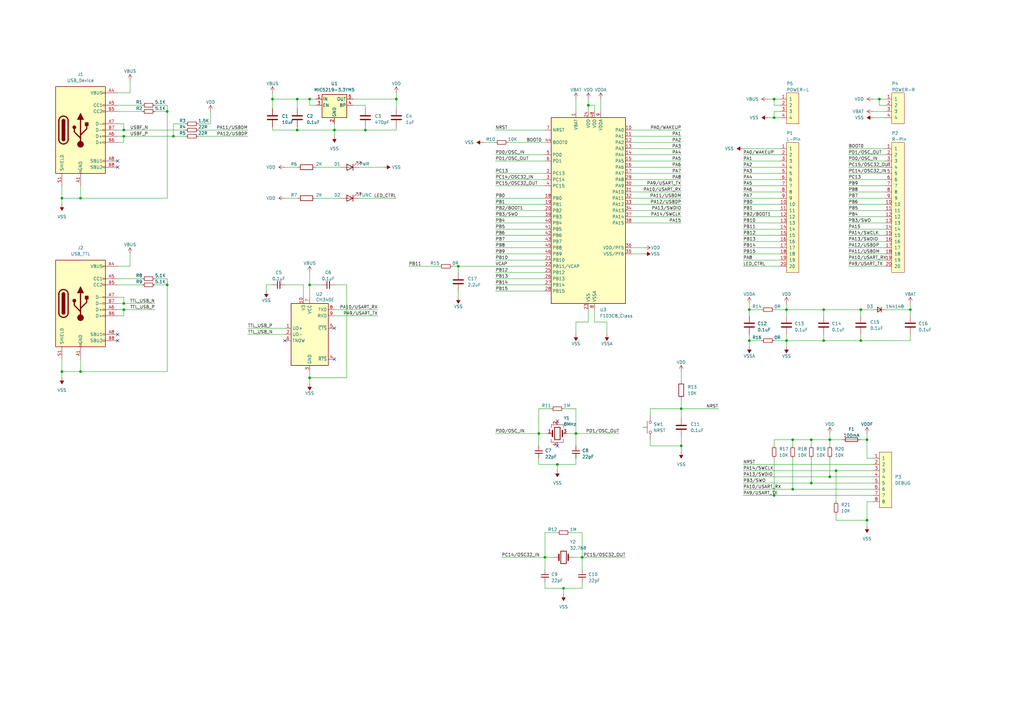
<source format=kicad_sch>
(kicad_sch (version 20231120) (generator "eeschema") (generator_version "8.0")
  (paper "A3")
  (junction (at 50.8 53.34))
  (junction (at 33.02 152.4))
  (junction (at 317.5 48.26))
  (junction (at 322.58 139.7))
  (junction (at 25.4 152.4))
  (junction (at 241.3 43.18))
  (junction (at 322.58 127))
  (junction (at 279.4 182.88))
  (junction (at 325.12 200.66))
  (junction (at 307.34 127))
  (junction (at 353.06 139.7))
  (junction (at 50.8 124.46))
  (junction (at 223.52 228.6))
  (junction (at 236.22 177.8))
  (junction (at 187.96 109.22))
  (junction (at 50.8 127))
  (junction (at 238.76 228.6))
  (junction (at 127 116.84))
  (junction (at 121.92 53.34))
  (junction (at 50.8 55.88))
  (junction (at 231.14 241.3))
  (junction (at 137.16 53.34))
  (junction (at 317.5 40.64))
  (junction (at 317.5 203.2))
  (junction (at 149.86 53.34))
  (junction (at 337.82 127))
  (junction (at 325.12 180.34))
  (junction (at 68.58 45.72))
  (junction (at 337.82 139.7))
  (junction (at 71.12 55.88))
  (junction (at 373.38 127))
  (junction (at 121.92 40.64))
  (junction (at 340.36 180.34))
  (junction (at 360.68 40.64))
  (junction (at 340.36 195.58))
  (junction (at 25.4 81.28))
  (junction (at 220.98 177.8))
  (junction (at 353.06 127))
  (junction (at 127 40.64))
  (junction (at 111.76 40.64))
  (junction (at 68.58 116.84))
  (junction (at 33.02 81.28))
  (junction (at 228.6 190.5))
  (junction (at 162.56 40.64))
  (junction (at 279.4 167.64))
  (junction (at 355.6 180.34))
  (junction (at 332.74 198.12))
  (junction (at 355.6 213.36))
  (junction (at 342.9 193.04))
  (junction (at 127 154.94))
  (junction (at 307.34 139.7))
  (junction (at 332.74 180.34))
  (no_connect (at 228.6 182.88))
  (no_connect (at 116.84 139.7))
  (no_connect (at 228.6 172.72))
  (no_connect (at 137.16 134.62))
  (no_connect (at 137.16 147.32))
  (no_connect (at 48.26 137.16))
  (no_connect (at 48.26 139.7))
  (no_connect (at 48.26 66.04))
  (no_connect (at 48.26 68.58))
  (wire (pts (xy 53.34 33.02) (xy 53.34 38.1)))
  (wire (pts (xy 33.02 76.2) (xy 33.02 81.28)))
  (wire (pts (xy 304.8 81.28) (xy 320.04 81.28)))
  (wire (pts (xy 347.98 99.06) (xy 363.22 99.06)))
  (wire (pts (xy 304.8 63.5) (xy 320.04 63.5)))
  (wire (pts (xy 101.6 134.62) (xy 116.84 134.62)))
  (wire (pts (xy 142.24 116.84) (xy 142.24 154.94)))
  (wire (pts (xy 304.8 104.14) (xy 320.04 104.14)))
  (wire (pts (xy 203.2 53.34) (xy 223.52 53.34)))
  (wire (pts (xy 50.8 124.46) (xy 63.5 124.46)))
  (wire (pts (xy 48.26 43.18) (xy 58.42 43.18)))
  (wire (pts (xy 317.5 45.72) (xy 317.5 48.26)))
  (wire (pts (xy 353.06 127) (xy 353.06 129.54)))
  (wire (pts (xy 232.41 177.8) (xy 236.22 177.8)))
  (wire (pts (xy 236.22 167.64) (xy 236.22 177.8)))
  (wire (pts (xy 317.5 43.18) (xy 320.04 43.18)))
  (wire (pts (xy 266.7 170.18) (xy 266.7 167.64)))
  (wire (pts (xy 121.92 52.07) (xy 121.92 53.34)))
  (wire (pts (xy 162.56 53.34) (xy 149.86 53.34)))
  (wire (pts (xy 101.6 137.16) (xy 116.84 137.16)))
  (wire (pts (xy 317.5 182.88) (xy 317.5 180.34)))
  (wire (pts (xy 304.8 96.52) (xy 320.04 96.52)))
  (wire (pts (xy 373.38 124.46) (xy 373.38 127)))
  (wire (pts (xy 304.8 195.58) (xy 340.36 195.58)))
  (wire (pts (xy 358.14 48.26) (xy 363.22 48.26)))
  (wire (pts (xy 203.2 71.12) (xy 223.52 71.12)))
  (wire (pts (xy 127 116.84) (xy 127 121.92)))
  (wire (pts (xy 307.34 137.16) (xy 307.34 139.7)))
  (wire (pts (xy 304.8 203.2) (xy 317.5 203.2)))
  (wire (pts (xy 340.36 195.58) (xy 358.14 195.58)))
  (wire (pts (xy 25.4 152.4) (xy 25.4 154.94)))
  (wire (pts (xy 360.68 40.64) (xy 363.22 40.64)))
  (wire (pts (xy 347.98 63.5) (xy 363.22 63.5)))
  (wire (pts (xy 203.2 76.2) (xy 223.52 76.2)))
  (wire (pts (xy 325.12 180.34) (xy 325.12 182.88)))
  (wire (pts (xy 203.2 99.06) (xy 223.52 99.06)))
  (wire (pts (xy 111.76 40.64) (xy 111.76 44.45)))
  (wire (pts (xy 236.22 40.64) (xy 236.22 45.72)))
  (wire (pts (xy 317.5 45.72) (xy 320.04 45.72)))
  (wire (pts (xy 243.84 43.18) (xy 243.84 45.72)))
  (wire (pts (xy 360.68 40.64) (xy 360.68 43.18)))
  (wire (pts (xy 259.08 66.04) (xy 279.4 66.04)))
  (wire (pts (xy 259.08 55.88) (xy 279.4 55.88)))
  (wire (pts (xy 259.08 104.14) (xy 264.16 104.14)))
  (wire (pts (xy 226.06 167.64) (xy 220.98 167.64)))
  (wire (pts (xy 241.3 132.08) (xy 236.22 132.08)))
  (wire (pts (xy 203.2 83.82) (xy 223.52 83.82)))
  (wire (pts (xy 48.26 127) (xy 50.8 127)))
  (wire (pts (xy 127 154.94) (xy 127 157.48)))
  (wire (pts (xy 111.76 53.34) (xy 121.92 53.34)))
  (wire (pts (xy 363.22 127) (xy 373.38 127)))
  (wire (pts (xy 304.8 101.6) (xy 320.04 101.6)))
  (wire (pts (xy 340.36 177.8) (xy 340.36 180.34)))
  (wire (pts (xy 137.16 50.8) (xy 137.16 53.34)))
  (wire (pts (xy 68.58 116.84) (xy 63.5 116.84)))
  (wire (pts (xy 322.58 139.7) (xy 322.58 142.24)))
  (wire (pts (xy 243.84 43.18) (xy 241.3 43.18)))
  (wire (pts (xy 355.6 187.96) (xy 358.14 187.96)))
  (wire (pts (xy 236.22 187.96) (xy 236.22 190.5)))
  (wire (pts (xy 279.4 167.64) (xy 294.64 167.64)))
  (wire (pts (xy 347.98 106.68) (xy 363.22 106.68)))
  (wire (pts (xy 33.02 147.32) (xy 33.02 152.4)))
  (wire (pts (xy 373.38 127) (xy 373.38 129.54)))
  (wire (pts (xy 353.06 139.7) (xy 373.38 139.7)))
  (wire (pts (xy 353.06 127) (xy 358.14 127)))
  (wire (pts (xy 129.54 40.64) (xy 127 40.64)))
  (wire (pts (xy 246.38 40.64) (xy 246.38 45.72)))
  (wire (pts (xy 208.28 58.42) (xy 223.52 58.42)))
  (wire (pts (xy 279.4 179.07) (xy 279.4 182.88)))
  (wire (pts (xy 149.86 43.18) (xy 149.86 44.45)))
  (wire (pts (xy 347.98 86.36) (xy 363.22 86.36)))
  (wire (pts (xy 50.8 129.54) (xy 50.8 127)))
  (wire (pts (xy 231.14 167.64) (xy 236.22 167.64)))
  (wire (pts (xy 337.82 137.16) (xy 337.82 139.7)))
  (wire (pts (xy 340.36 180.34) (xy 340.36 182.88)))
  (wire (pts (xy 53.34 38.1) (xy 48.26 38.1)))
  (wire (pts (xy 167.64 109.22) (xy 180.34 109.22)))
  (wire (pts (xy 50.8 50.8) (xy 50.8 53.34)))
  (wire (pts (xy 86.36 50.8) (xy 81.28 50.8)))
  (wire (pts (xy 307.34 124.46) (xy 307.34 127)))
  (wire (pts (xy 109.22 116.84) (xy 111.76 116.84)))
  (wire (pts (xy 337.82 127) (xy 337.82 129.54)))
  (wire (pts (xy 48.26 53.34) (xy 50.8 53.34)))
  (wire (pts (xy 279.4 167.64) (xy 279.4 171.45)))
  (wire (pts (xy 259.08 76.2) (xy 279.4 76.2)))
  (wire (pts (xy 50.8 55.88) (xy 71.12 55.88)))
  (wire (pts (xy 236.22 132.08) (xy 236.22 137.16)))
  (wire (pts (xy 203.2 111.76) (xy 223.52 111.76)))
  (wire (pts (xy 259.08 73.66) (xy 279.4 73.66)))
  (wire (pts (xy 236.22 177.8) (xy 236.22 182.88)))
  (wire (pts (xy 231.14 241.3) (xy 231.14 243.84)))
  (wire (pts (xy 50.8 53.34) (xy 76.2 53.34)))
  (wire (pts (xy 340.36 187.96) (xy 340.36 195.58)))
  (wire (pts (xy 243.84 132.08) (xy 248.92 132.08)))
  (wire (pts (xy 355.6 180.34) (xy 355.6 187.96)))
  (wire (pts (xy 358.14 45.72) (xy 363.22 45.72)))
  (wire (pts (xy 259.08 71.12) (xy 279.4 71.12)))
  (wire (pts (xy 68.58 45.72) (xy 68.58 81.28)))
  (wire (pts (xy 50.8 58.42) (xy 50.8 55.88)))
  (wire (pts (xy 259.08 53.34) (xy 279.4 53.34)))
  (wire (pts (xy 317.5 203.2) (xy 358.14 203.2)))
  (wire (pts (xy 203.2 104.14) (xy 223.52 104.14)))
  (wire (pts (xy 241.3 127) (xy 241.3 132.08)))
  (wire (pts (xy 127 43.18) (xy 129.54 43.18)))
  (wire (pts (xy 332.74 180.34) (xy 340.36 180.34)))
  (wire (pts (xy 127 40.64) (xy 121.92 40.64)))
  (wire (pts (xy 355.6 177.8) (xy 355.6 180.34)))
  (wire (pts (xy 203.2 93.98) (xy 223.52 93.98)))
  (wire (pts (xy 63.5 114.3) (xy 68.58 114.3)))
  (wire (pts (xy 203.2 63.5) (xy 223.52 63.5)))
  (wire (pts (xy 220.98 182.88) (xy 220.98 177.8)))
  (wire (pts (xy 266.7 182.88) (xy 279.4 182.88)))
  (wire (pts (xy 238.76 238.76) (xy 238.76 241.3)))
  (wire (pts (xy 337.82 139.7) (xy 353.06 139.7)))
  (wire (pts (xy 127 152.4) (xy 127 154.94)))
  (wire (pts (xy 71.12 55.88) (xy 76.2 55.88)))
  (wire (pts (xy 203.2 66.04) (xy 223.52 66.04)))
  (wire (pts (xy 149.86 53.34) (xy 137.16 53.34)))
  (wire (pts (xy 220.98 190.5) (xy 228.6 190.5)))
  (wire (pts (xy 48.26 114.3) (xy 58.42 114.3)))
  (wire (pts (xy 347.98 66.04) (xy 363.22 66.04)))
  (wire (pts (xy 68.58 152.4) (xy 33.02 152.4)))
  (wire (pts (xy 304.8 73.66) (xy 320.04 73.66)))
  (wire (pts (xy 347.98 93.98) (xy 363.22 93.98)))
  (wire (pts (xy 129.54 81.28) (xy 139.7 81.28)))
  (wire (pts (xy 50.8 127) (xy 63.5 127)))
  (wire (pts (xy 322.58 124.46) (xy 322.58 127)))
  (wire (pts (xy 304.8 88.9) (xy 320.04 88.9)))
  (wire (pts (xy 48.26 45.72) (xy 58.42 45.72)))
  (wire (pts (xy 266.7 167.64) (xy 279.4 167.64)))
  (wire (pts (xy 50.8 121.92) (xy 50.8 124.46)))
  (wire (pts (xy 121.92 40.64) (xy 121.92 44.45)))
  (wire (pts (xy 228.6 190.5) (xy 236.22 190.5)))
  (wire (pts (xy 279.4 152.4) (xy 279.4 156.21)))
  (wire (pts (xy 137.16 129.54) (xy 154.94 129.54)))
  (wire (pts (xy 48.26 129.54) (xy 50.8 129.54)))
  (wire (pts (xy 259.08 88.9) (xy 279.4 88.9)))
  (wire (pts (xy 236.22 177.8) (xy 254 177.8)))
  (wire (pts (xy 127 40.64) (xy 127 43.18)))
  (wire (pts (xy 279.4 182.88) (xy 279.4 185.42)))
  (wire (pts (xy 238.76 241.3) (xy 231.14 241.3)))
  (wire (pts (xy 304.8 198.12) (xy 332.74 198.12)))
  (wire (pts (xy 48.26 50.8) (xy 50.8 50.8)))
  (wire (pts (xy 322.58 137.16) (xy 322.58 139.7)))
  (wire (pts (xy 187.96 119.38) (xy 187.96 121.92)))
  (wire (pts (xy 233.68 218.44) (xy 238.76 218.44)))
  (wire (pts (xy 259.08 81.28) (xy 279.4 81.28)))
  (wire (pts (xy 241.3 43.18) (xy 241.3 45.72)))
  (wire (pts (xy 116.84 68.58) (xy 121.92 68.58)))
  (wire (pts (xy 317.5 40.64) (xy 320.04 40.64)))
  (wire (pts (xy 185.42 109.22) (xy 187.96 109.22)))
  (wire (pts (xy 347.98 96.52) (xy 363.22 96.52)))
  (wire (pts (xy 220.98 167.64) (xy 220.98 177.8)))
  (wire (pts (xy 337.82 127) (xy 353.06 127)))
  (wire (pts (xy 259.08 78.74) (xy 279.4 78.74)))
  (wire (pts (xy 220.98 177.8) (xy 224.79 177.8)))
  (wire (pts (xy 25.4 81.28) (xy 25.4 76.2)))
  (wire (pts (xy 53.34 104.14) (xy 53.34 109.22)))
  (wire (pts (xy 127 111.76) (xy 127 116.84)))
  (wire (pts (xy 76.2 50.8) (xy 71.12 50.8)))
  (wire (pts (xy 317.5 180.34) (xy 325.12 180.34)))
  (wire (pts (xy 259.08 91.44) (xy 279.4 91.44)))
  (wire (pts (xy 116.84 116.84) (xy 124.46 116.84)))
  (wire (pts (xy 48.26 121.92) (xy 50.8 121.92)))
  (wire (pts (xy 332.74 198.12) (xy 358.14 198.12)))
  (wire (pts (xy 68.58 81.28) (xy 33.02 81.28)))
  (wire (pts (xy 238.76 218.44) (xy 238.76 228.6)))
  (wire (pts (xy 203.2 114.3) (xy 223.52 114.3)))
  (wire (pts (xy 347.98 109.22) (xy 363.22 109.22)))
  (wire (pts (xy 203.2 91.44) (xy 223.52 91.44)))
  (wire (pts (xy 259.08 86.36) (xy 279.4 86.36)))
  (wire (pts (xy 347.98 101.6) (xy 363.22 101.6)))
  (wire (pts (xy 332.74 187.96) (xy 332.74 198.12)))
  (wire (pts (xy 162.56 52.07) (xy 162.56 53.34)))
  (wire (pts (xy 223.52 241.3) (xy 223.52 238.76)))
  (wire (pts (xy 25.4 152.4) (xy 25.4 147.32)))
  (wire (pts (xy 304.8 109.22) (xy 320.04 109.22)))
  (wire (pts (xy 144.78 40.64) (xy 162.56 40.64)))
  (wire (pts (xy 25.4 81.28) (xy 25.4 83.82)))
  (wire (pts (xy 111.76 38.1) (xy 111.76 40.64)))
  (wire (pts (xy 187.96 109.22) (xy 223.52 109.22)))
  (wire (pts (xy 223.52 233.68) (xy 223.52 228.6)))
  (wire (pts (xy 304.8 190.5) (xy 358.14 190.5)))
  (wire (pts (xy 304.8 86.36) (xy 320.04 86.36)))
  (wire (pts (xy 203.2 101.6) (xy 223.52 101.6)))
  (wire (pts (xy 347.98 71.12) (xy 363.22 71.12)))
  (wire (pts (xy 137.16 53.34) (xy 137.16 55.88)))
  (wire (pts (xy 147.32 68.58) (xy 157.48 68.58)))
  (wire (pts (xy 68.58 43.18) (xy 68.58 45.72)))
  (wire (pts (xy 129.54 68.58) (xy 139.7 68.58)))
  (wire (pts (xy 81.28 53.34) (xy 101.6 53.34)))
  (wire (pts (xy 63.5 43.18) (xy 68.58 43.18)))
  (wire (pts (xy 137.16 127) (xy 154.94 127)))
  (wire (pts (xy 347.98 81.28) (xy 363.22 81.28)))
  (wire (pts (xy 317.5 127) (xy 322.58 127)))
  (wire (pts (xy 266.7 180.34) (xy 266.7 182.88)))
  (wire (pts (xy 162.56 40.64) (xy 162.56 44.45)))
  (wire (pts (xy 121.92 53.34) (xy 137.16 53.34)))
  (wire (pts (xy 317.5 187.96) (xy 317.5 203.2)))
  (wire (pts (xy 347.98 83.82) (xy 363.22 83.82)))
  (wire (pts (xy 342.9 193.04) (xy 342.9 205.74)))
  (wire (pts (xy 347.98 68.58) (xy 363.22 68.58)))
  (wire (pts (xy 203.2 86.36) (xy 223.52 86.36)))
  (wire (pts (xy 304.8 91.44) (xy 320.04 91.44)))
  (wire (pts (xy 304.8 200.66) (xy 325.12 200.66)))
  (wire (pts (xy 48.26 55.88) (xy 50.8 55.88)))
  (wire (pts (xy 68.58 45.72) (xy 63.5 45.72)))
  (wire (pts (xy 228.6 218.44) (xy 223.52 218.44)))
  (wire (pts (xy 238.76 228.6) (xy 256.54 228.6)))
  (wire (pts (xy 259.08 83.82) (xy 279.4 83.82)))
  (wire (pts (xy 304.8 106.68) (xy 320.04 106.68)))
  (wire (pts (xy 33.02 81.28) (xy 25.4 81.28)))
  (wire (pts (xy 111.76 52.07) (xy 111.76 53.34)))
  (wire (pts (xy 231.14 241.3) (xy 223.52 241.3)))
  (wire (pts (xy 304.8 76.2) (xy 320.04 76.2)))
  (wire (pts (xy 347.98 60.96) (xy 363.22 60.96)))
  (wire (pts (xy 360.68 43.18) (xy 363.22 43.18)))
  (wire (pts (xy 147.32 81.28) (xy 162.56 81.28)))
  (wire (pts (xy 259.08 63.5) (xy 279.4 63.5)))
  (wire (pts (xy 33.02 152.4) (xy 25.4 152.4)))
  (wire (pts (xy 68.58 114.3) (xy 68.58 116.84)))
  (wire (pts (xy 203.2 177.8) (xy 220.98 177.8)))
  (wire (pts (xy 347.98 91.44) (xy 363.22 91.44)))
  (wire (pts (xy 203.2 81.28) (xy 223.52 81.28)))
  (wire (pts (xy 332.74 180.34) (xy 332.74 182.88)))
  (wire (pts (xy 259.08 60.96) (xy 279.4 60.96)))
  (wire (pts (xy 248.92 132.08) (xy 248.92 137.16)))
  (wire (pts (xy 347.98 78.74) (xy 363.22 78.74)))
  (wire (pts (xy 340.36 180.34) (xy 345.44 180.34)))
  (wire (pts (xy 223.52 228.6) (xy 227.33 228.6)))
  (wire (pts (xy 304.8 66.04) (xy 320.04 66.04)))
  (wire (pts (xy 304.8 193.04) (xy 342.9 193.04)))
  (wire (pts (xy 342.9 213.36) (xy 355.6 213.36)))
  (wire (pts (xy 347.98 76.2) (xy 363.22 76.2)))
  (wire (pts (xy 358.14 40.64) (xy 360.68 40.64)))
  (wire (pts (xy 314.96 48.26) (xy 317.5 48.26)))
  (wire (pts (xy 304.8 83.82) (xy 320.04 83.82)))
  (wire (pts (xy 307.34 139.7) (xy 307.34 142.24)))
  (wire (pts (xy 279.4 163.83) (xy 279.4 167.64)))
  (wire (pts (xy 187.96 109.22) (xy 187.96 111.76)))
  (wire (pts (xy 353.06 139.7) (xy 353.06 137.16)))
  (wire (pts (xy 307.34 127) (xy 307.34 129.54)))
  (wire (pts (xy 203.2 119.38) (xy 223.52 119.38)))
  (wire (pts (xy 259.08 58.42) (xy 279.4 58.42)))
  (wire (pts (xy 48.26 124.46) (xy 50.8 124.46)))
  (wire (pts (xy 241.3 40.64) (xy 241.3 43.18)))
  (wire (pts (xy 259.08 101.6) (xy 264.16 101.6)))
  (wire (pts (xy 347.98 73.66) (xy 363.22 73.66)))
  (wire (pts (xy 162.56 38.1) (xy 162.56 40.64)))
  (wire (pts (xy 373.38 137.16) (xy 373.38 139.7)))
  (wire (pts (xy 223.52 218.44) (xy 223.52 228.6)))
  (wire (pts (xy 304.8 93.98) (xy 320.04 93.98)))
  (wire (pts (xy 317.5 48.26) (xy 320.04 48.26)))
  (wire (pts (xy 124.46 116.84) (xy 124.46 121.92)))
  (wire (pts (xy 307.34 127) (xy 312.42 127)))
  (wire (pts (xy 203.2 106.68) (xy 223.52 106.68)))
  (wire (pts (xy 137.16 116.84) (xy 142.24 116.84)))
  (wire (pts (xy 347.98 104.14) (xy 363.22 104.14)))
  (wire (pts (xy 53.34 109.22) (xy 48.26 109.22)))
  (wire (pts (xy 81.28 55.88) (xy 101.6 55.88)))
  (wire (pts (xy 121.92 40.64) (xy 111.76 40.64)))
  (wire (pts (xy 317.5 40.64) (xy 317.5 43.18)))
  (wire (pts (xy 48.26 116.84) (xy 58.42 116.84)))
  (wire (pts (xy 86.36 45.72) (xy 86.36 50.8)))
  (wire (pts (xy 325.12 180.34) (xy 332.74 180.34)))
  (wire (pts (xy 149.86 52.07) (xy 149.86 53.34)))
  (wire (pts (xy 342.9 210.82) (xy 342.9 213.36)))
  (wire (pts (xy 220.98 190.5) (xy 220.98 187.96)))
  (wire (pts (xy 355.6 205.74) (xy 358.14 205.74)))
  (wire (pts (xy 322.58 139.7) (xy 337.82 139.7)))
  (wire (pts (xy 304.8 60.96) (xy 320.04 60.96)))
  (wire (pts (xy 116.84 81.28) (xy 121.92 81.28)))
  (wire (pts (xy 322.58 127) (xy 337.82 127)))
  (wire (pts (xy 203.2 73.66) (xy 223.52 73.66)))
  (wire (pts (xy 198.12 58.42) (xy 203.2 58.42)))
  (wire (pts (xy 325.12 187.96) (xy 325.12 200.66)))
  (wire (pts (xy 304.8 71.12) (xy 320.04 71.12)))
  (wire (pts (xy 355.6 215.9) (xy 355.6 213.36)))
  (wire (pts (xy 142.24 154.94) (xy 127 154.94)))
  (wire (pts (xy 203.2 116.84) (xy 223.52 116.84)))
  (wire (pts (xy 342.9 193.04) (xy 358.14 193.04)))
  (wire (pts (xy 71.12 50.8) (xy 71.12 55.88)))
  (wire (pts (xy 347.98 88.9) (xy 363.22 88.9)))
  (wire (pts (xy 127 116.84) (xy 132.08 116.84)))
  (wire (pts (xy 355.6 213.36) (xy 355.6 205.74)))
  (wire (pts (xy 203.2 88.9) (xy 223.52 88.9)))
  (wire (pts (xy 48.26 58.42) (xy 50.8 58.42)))
  (wire (pts (xy 353.06 180.34) (xy 355.6 180.34)))
  (wire (pts (xy 304.8 68.58) (xy 320.04 68.58)))
  (wire (pts (xy 203.2 96.52) (xy 223.52 96.52)))
  (wire (pts (xy 243.84 127) (xy 243.84 132.08)))
  (wire (pts (xy 259.08 68.58) (xy 279.4 68.58)))
  (wire (pts (xy 234.95 228.6) (xy 238.76 228.6)))
  (wire (pts (xy 205.74 228.6) (xy 223.52 228.6)))
  (wire (pts (xy 307.34 139.7) (xy 312.42 139.7)))
  (wire (pts (xy 304.8 78.74) (xy 320.04 78.74)))
  (wire (pts (xy 314.96 40.64) (xy 317.5 40.64)))
  (wire (pts (xy 144.78 43.18) (xy 149.86 43.18)))
  (wire (pts (xy 325.12 200.66) (xy 358.14 200.66)))
  (wire (pts (xy 68.58 116.84) (xy 68.58 152.4)))
  (wire (pts (xy 317.5 139.7) (xy 322.58 139.7)))
  (wire (pts (xy 228.6 190.5) (xy 228.6 193.04)))
  (wire (pts (xy 238.76 228.6) (xy 238.76 233.68)))
  (wire (pts (xy 322.58 129.54) (xy 322.58 127)))
  (wire (pts (xy 109.22 119.38) (xy 109.22 116.84)))
  (wire (pts (xy 304.8 99.06) (xy 320.04 99.06)))
  (label "PB2{slash}BOOT1" (at 203.2 86.36 0))
  (label "PB13" (at 304.8 99.06 0))
  (label "PA15" (at 347.98 93.98 0))
  (label "PB15" (at 304.8 104.14 0))
  (label "PA5" (at 304.8 76.2 0))
  (label "NRST" (at 304.8 190.5 0))
  (label "PB4" (at 203.2 91.44 0))
  (label "PA9{slash}USART_TX" (at 347.98 109.22 0))
  (label "BOOT0" (at 215.9 58.42 0))
  (label "PD0{slash}OSC_IN" (at 347.98 66.04 0))
  (label "PA13{slash}SWDIO" (at 347.98 99.06 0))
  (label "PC14{slash}OSC32_IN" (at 347.98 71.12 0))
  (label "PA9{slash}USART_TX" (at 154.94 129.54 180))
  (label "USBF_N" (at 53.34 53.34 0))
  (label "PB1" (at 304.8 86.36 0))
  (label "PB3{slash}SWO" (at 203.2 88.9 0))
  (label "PB12" (at 203.2 111.76 0))
  (label "PB8" (at 347.98 78.74 0))
  (label "NRST" (at 294.64 167.64 180))
  (label "NRST" (at 203.2 53.34 0))
  (label "PB8" (at 203.2 101.6 0))
  (label "PA8" (at 279.4 73.66 180))
  (label "TTL_USB_P" (at 101.6 134.62 0))
  (label "PB2{slash}BOOT1" (at 304.8 88.9 0))
  (label "PB6" (at 203.2 96.52 0))
  (label "PB9" (at 203.2 104.14 0))
  (label "PA2" (at 279.4 58.42 180))
  (label "PA12{slash}USBDP" (at 279.4 83.82 180))
  (label "PA14{slash}SWCLK" (at 279.4 88.9 180))
  (label "PD1{slash}OSC_OUT" (at 347.98 63.5 0))
  (label "PA5" (at 279.4 66.04 180))
  (label "PA4" (at 279.4 63.5 180))
  (label "PA14{slash}SWCLK" (at 304.8 193.04 0))
  (label "PA1" (at 279.4 55.88 180))
  (label "PB10" (at 203.2 106.68 0))
  (label "PB15" (at 203.2 119.38 0))
  (label "PA6" (at 279.4 68.58 180))
  (label "TTL_USB_N" (at 101.6 137.16 0))
  (label "PA9{slash}USART_TX" (at 279.4 76.2 180))
  (label "PA0{slash}WAKEUP" (at 304.8 63.5 0))
  (label "PD0{slash}OSC_IN" (at 203.2 63.5 0))
  (label "PA13{slash}SWDIO" (at 279.4 86.36 180))
  (label "PA4" (at 304.8 73.66 0))
  (label "PA8" (at 304.8 106.68 0))
  (label "PA11{slash}USBDM" (at 279.4 81.28 180))
  (label "PA10{slash}USART_RX" (at 304.8 200.66 0))
  (label "PA14{slash}SWCLK" (at 347.98 96.52 0))
  (label "PA15" (at 279.4 91.44 180))
  (label "USBF_P" (at 53.34 55.88 0))
  (label "TTL_USB_N" (at 63.5 124.46 180))
  (label "PA12{slash}USBDP" (at 347.98 101.6 0))
  (label "BOOT0" (at 347.98 60.96 0))
  (label "PA11{slash}USBDM" (at 101.6 53.34 180))
  (label "PA1" (at 304.8 66.04 0))
  (label "PC14{slash}OSC32_IN" (at 205.74 228.6 0))
  (label "VCAP" (at 203.2 109.22 0))
  (label "TTL_USB_P" (at 63.5 127 180))
  (label "PA3" (at 279.4 60.96 180))
  (label "PB13" (at 203.2 114.3 0))
  (label "PA10{slash}USART_RX" (at 347.98 106.68 0))
  (label "PB6" (at 347.98 83.82 0))
  (label "PC14{slash}OSC32_IN" (at 203.2 73.66 0))
  (label "PA7" (at 304.8 81.28 0))
  (label "PC15{slash}OSC32_OUT" (at 203.2 76.2 0))
  (label "PC13" (at 203.2 71.12 0))
  (label "PB11" (at 304.8 93.98 0))
  (label "PB7" (at 347.98 81.28 0))
  (label "PB3{slash}SWO" (at 304.8 198.12 0))
  (label "PA6" (at 304.8 78.74 0))
  (label "PB12" (at 304.8 96.52 0))
  (label "PA0{slash}WAKEUP" (at 279.4 53.34 180))
  (label "PB0" (at 203.2 81.28 0))
  (label "PB4" (at 347.98 88.9 0))
  (label "PB14" (at 304.8 101.6 0))
  (label "LED_CTRL" (at 162.56 81.28 180))
  (label "PC13" (at 347.98 73.66 0))
  (label "LED_CTRL" (at 304.8 109.22 0))
  (label "PC15{slash}OSC32_OUT" (at 256.54 228.6 180))
  (label "PB0" (at 304.8 83.82 0))
  (label "PA12{slash}USBDP" (at 101.6 55.88 180))
  (label "PA9{slash}USART_TX" (at 304.8 203.2 0))
  (label "PA10{slash}USART_RX" (at 154.94 127 180))
  (label "PB10" (at 304.8 91.44 0))
  (label "PD0{slash}OSC_IN" (at 203.2 177.8 0))
  (label "PB14" (at 203.2 116.84 0))
  (label "PB11" (at 167.64 109.22 0))
  (label "PB1" (at 203.2 83.82 0))
  (label "PC15{slash}OSC32_OUT" (at 347.98 68.58 0))
  (label "PB3{slash}SWO" (at 347.98 91.44 0))
  (label "PA7" (at 279.4 71.12 180))
  (label "PA13{slash}SWDIO" (at 304.8 195.58 0))
  (label "PB5" (at 203.2 93.98 0))
  (label "PD1{slash}OSC_OUT" (at 254 177.8 180))
  (label "PA10{slash}USART_RX" (at 279.4 78.74 180))
  (label "PA3" (at 304.8 71.12 0))
  (label "PB7" (at 203.2 99.06 0))
  (label "PB5" (at 347.98 86.36 0))
  (label "PD1{slash}OSC_OUT" (at 203.2 66.04 0))
  (label "PB9" (at 347.98 76.2 0))
  (label "PA11{slash}USBDM" (at 347.98 104.14 0))
  (label "PA2" (at 304.8 68.58 0))
  (symbol (lib_id "Device:C_Small") (at 220.98 185.42 0) (unit 1)
    (property "Reference" "C7" (at 223.52 184.7913 0) (effects (justify left)))
    (property "Value" "22pF" (at 223.52 187.3313 0) (effects (justify left)))
    (property "Footprint" "Capacitor_SMD:C_0603_1608Metric" (effects (hide yes)))
  )
  (symbol (lib_id "Device:C") (at 373.38 133.35 0) (unit 1)
    (property "Reference" "C16" (at 376.682 132.715 0) (effects (justify left)))
    (property "Value" "0.1uF" (at 376.682 135.255 0) (effects (justify left)))
    (property "Footprint" "Capacitor_SMD:C_0603_1608Metric" (effects (hide yes)))
  )
  (symbol (lib_id "power:VDDF") (at 355.6 177.8 0) (unit 1)
    (property "Reference" "#PWR035" (effects (hide yes)))
    (property "Value" "VDDF" (at 355.6 173.99 0))
  )
  (symbol (lib_id "power:VDDA") (at 373.38 124.46 0) (unit 1)
    (property "Reference" "#PWR025" (effects (hide yes)))
    (property "Value" "VBAT" (at 373.38 120.65 0))
  )
  (symbol (lib_name "VSS_3") (lib_id "power:VSS") (at 127 157.48 180) (unit 1)
    (property "Reference" "#PWR033" (effects (hide yes)))
    (property "Value" "VSS" (at 127 161.29 0))
  )
  (symbol (lib_id "Device:C") (at 187.96 115.57 180) (unit 1)
    (property "Reference" "C17" (at 191.77 114.2999 0) (effects (justify right)))
    (property "Value" "2.2uF" (at 191.77 116.8399 0) (effects (justify right)))
    (property "Footprint" "Capacitor_SMD:C_0603_1608Metric" (effects (hide yes)))
  )
  (symbol (lib_id "Device:R") (at 125.73 68.58 90) (unit 1)
    (property "Reference" "R6" (at 121.92 67.31 90) (effects (justify left)))
    (property "Value" "2K" (at 129.54 67.31 90) (effects (justify right)))
    (property "Footprint" "Resistor_SMD:R_0603_1608Metric" (effects (hide yes)))
  )
  (symbol (lib_id "power:VDD") (at 340.36 177.8 0) (unit 1)
    (property "Reference" "#PWR034" (effects (hide yes)))
    (property "Value" "VDD" (at 340.36 173.99 0))
  )
  (symbol (lib_id "Device:R_Small") (at 60.96 43.18 90) (unit 1)
    (property "Reference" "R1" (at 58.42 41.91 90) (effects (justify left)))
    (property "Value" "5.1K" (at 63.5 41.91 90) (effects (justify right)))
    (property "Footprint" "Resistor_SMD:R_0603_1608Metric" (effects (hide yes)))
  )
  (symbol (lib_id "Device:C_Small") (at 238.76 236.22 0) (unit 1)
    (property "Reference" "C10" (at 241.3 235.5913 0) (effects (justify left)))
    (property "Value" "22pF" (at 241.3 238.1313 0) (effects (justify left)))
    (property "Footprint" "Capacitor_SMD:C_0603_1608Metric" (effects (hide yes)))
  )
  (symbol (lib_id "Device:R_Small") (at 78.74 55.88 90) (unit 1)
    (property "Reference" "R5" (at 76.2 54.61 90) (effects (justify left)))
    (property "Value" "22R" (at 81.28 54.61 90) (effects (justify right)))
    (property "Footprint" "Resistor_SMD:R_0603_1608Metric" (effects (hide yes)))
  )
  (symbol (lib_id "Device:Fuse") (at 349.25 180.34 90) (unit 1)
    (property "Reference" "F1" (at 349.25 176.022 90))
    (property "Value" "100mA" (at 349.25 178.562 90))
    (property "Footprint" "Fuse:Fuse_0603_1608Metric" (effects (hide yes)))
  )
  (symbol (lib_id "Device:Crystal") (at 231.14 228.6 0) (unit 1)
    (property "Reference" "Y2" (at 233.68 222.25 0) (effects (justify left)))
    (property "Value" "32.768" (at 233.68 224.79 0) (effects (justify left)))
    (property "Footprint" "Crystal:Crystal_SMD_3215-2Pin_3.2x1.5mm" (effects (hide yes)))
    (property "Description" "Two pin crystal" (effects (hide yes)))
  )
  (symbol (lib_id "Device:C_Small") (at 114.3 116.84 90) (unit 1)
    (property "Reference" "C5" (at 114.3063 111.76 90))
    (property "Value" "0.1uF" (at 114.3063 114.3 90))
    (property "Footprint" "Capacitor_SMD:C_0603_1608Metric" (effects (hide yes)))
  )
  (symbol (lib_id "power:VDD") (at 241.3 40.64 0) (unit 1)
    (property "Reference" "#PWR05" (effects (hide yes)))
    (property "Value" "VDD" (at 241.3 36.83 0))
  )
  (symbol (lib_id "power:VSS") (at 231.14 243.84 180) (unit 1)
    (property "Reference" "#PWR039" (effects (hide yes)))
    (property "Value" "VSS" (at 231.14 248.92 0))
  )
  (symbol (lib_id "User_General:HEADER-8P") (at 363.22 196.85 0) (unit 1)
    (property "Reference" "P3" (at 367.03 195.5799 0) (effects (justify left)))
    (property "Value" "DEBUG" (at 367.03 198.1199 0) (effects (justify left)))
    (property "Footprint" "Append_Connector:JST1.25mm_8P_SMD_Horizontal" (effects (hide yes)))
  )
  (symbol (lib_id "Device:C_Small") (at 134.62 116.84 90) (unit 1)
    (property "Reference" "C6" (at 134.6263 111.76 90))
    (property "Value" "0.1uF" (at 134.6263 114.3 90))
    (property "Footprint" "Capacitor_SMD:C_0603_1608Metric" (effects (hide yes)))
  )
  (symbol (lib_id "Device:C") (at 337.82 133.35 0) (unit 1)
    (property "Reference" "C14" (at 341.122 132.715 0) (effects (justify left)))
    (property "Value" "0.1uF" (at 341.122 135.255 0) (effects (justify left)))
    (property "Footprint" "Capacitor_SMD:C_0603_1608Metric" (effects (hide yes)))
  )
  (symbol (lib_id "power:VDDA") (at 307.34 124.46 0) (unit 1)
    (property "Reference" "#PWR023" (effects (hide yes)))
    (property "Value" "VDDA" (at 307.34 120.65 0))
  )
  (symbol (lib_id "power:VBUS") (at 314.96 40.64 90) (unit 1)
    (property "Reference" "#PWR022" (effects (hide yes)))
    (property "Value" "VBUS" (at 311.15 40.64 90) (effects (justify left)))
  )
  (symbol (lib_id "power:VBUS") (at 53.34 33.02 0) (unit 1)
    (property "Reference" "#PWR01" (effects (hide yes)))
    (property "Value" "VBUS" (at 53.34 29.21 0))
  )
  (symbol (lib_id "Device:R_Small") (at 60.96 116.84 90) (unit 1)
    (property "Reference" "R9" (at 58.42 115.57 90) (effects (justify left)))
    (property "Value" "5.1K" (at 63.5 115.57 90) (effects (justify right)))
    (property "Footprint" "Resistor_SMD:R_0603_1608Metric" (effects (hide yes)))
  )
  (symbol (lib_id "power:VSS") (at 236.22 137.16 180) (unit 1)
    (property "Reference" "#PWR029" (effects (hide yes)))
    (property "Value" "VSS" (at 236.22 140.97 0))
  )
  (symbol (lib_id "power:VDD") (at 264.16 101.6 270) (unit 1)
    (property "Reference" "#PWR09" (effects (hide yes)))
    (property "Value" "VDD" (at 266.954 101.6 90) (effects (justify left)))
  )
  (symbol (lib_id "Device:R_Small") (at 78.74 50.8 90) (unit 1)
    (property "Reference" "R3" (at 76.2 49.53 90) (effects (justify left)))
    (property "Value" "1.5K" (at 81.28 49.53 90) (effects (justify right)))
    (property "Footprint" "Resistor_SMD:R_0603_1608Metric" (effects (hide yes)))
  )
  (symbol (lib_id "Device:R_Small") (at 231.14 218.44 90) (unit 1)
    (property "Reference" "R12" (at 228.6 217.17 90) (effects (justify left)))
    (property "Value" "1M" (at 233.68 217.17 90) (effects (justify right)))
    (property "Footprint" "Resistor_SMD:R_0603_1608Metric" (effects (hide yes)))
  )
  (symbol (lib_id "Device:C_Small") (at 223.52 236.22 0) (unit 1)
    (property "Reference" "C9" (at 226.06 235.5913 0) (effects (justify left)))
    (property "Value" "22pF" (at 226.06 238.1313 0) (effects (justify left)))
    (property "Footprint" "Capacitor_SMD:C_0603_1608Metric" (effects (hide yes)))
  )
  (symbol (lib_id "Device:R_Small") (at 314.96 127 90) (unit 1)
    (property "Reference" "R14" (at 312.42 125.73 90) (effects (justify left)))
    (property "Value" "0R" (at 317.5 125.73 90) (effects (justify right)))
    (property "Footprint" "Resistor_SMD:R_0603_1608Metric" (effects (hide yes)))
    (property "Description" "Resistor, small symbol" (effects (hide yes)))
  )
  (symbol (lib_id "Device:Crystal_GND24") (at 228.6 177.8 0) (unit 1)
    (property "Reference" "Y1" (at 231.14 171.45 0) (effects (justify left)))
    (property "Value" "8MHz" (at 231.14 173.99 0) (effects (justify left)))
    (property "Footprint" "Crystal:Crystal_SMD_3225-4Pin_3.2x2.5mm" (effects (hide yes)))
  )
  (symbol (lib_id "Device:R_Small") (at 60.96 45.72 90) (unit 1)
    (property "Reference" "R2" (at 58.42 44.45 90) (effects (justify left)))
    (property "Value" "5.1K" (at 63.5 44.45 90) (effects (justify right)))
    (property "Footprint" "Resistor_SMD:R_0603_1608Metric" (effects (hide yes)))
  )
  (symbol (lib_id "power:VDDA") (at 358.14 45.72 90) (unit 1)
    (property "Reference" "#PWR012" (effects (hide yes)))
    (property "Value" "VBAT" (at 354.33 45.7199 90) (effects (justify left)))
  )
  (symbol (lib_id "power:VDDA") (at 246.38 40.64 0) (unit 1)
    (property "Reference" "#PWR06" (effects (hide yes)))
    (property "Value" "VDDA" (at 246.38 36.83 0))
  )
  (symbol (lib_id "power:VDD") (at 116.84 68.58 90) (unit 1)
    (property "Reference" "#PWR015" (effects (hide yes)))
    (property "Value" "VDD" (at 113.03 68.58 90) (effects (justify left)))
  )
  (symbol (lib_id "power:VDD") (at 322.58 124.46 0) (unit 1)
    (property "Reference" "#PWR024" (effects (hide yes)))
    (property "Value" "VDD" (at 322.58 120.65 0))
  )
  (symbol (lib_id "power:VSS") (at 304.8 60.96 90) (unit 1)
    (property "Reference" "#PWR08" (effects (hide yes)))
    (property "Value" "VSS" (at 300.99 60.96 90) (effects (justify left)))
  )
  (symbol (lib_id "power:VSS") (at 322.58 142.24 180) (unit 1)
    (property "Reference" "#PWR028" (effects (hide yes)))
    (property "Value" "VSS" (at 322.58 146.05 0))
  )
  (symbol (lib_id "power:VBUS") (at 53.34 104.14 0) (unit 1)
    (property "Reference" "#PWR021" (effects (hide yes)))
    (property "Value" "VBUS" (at 53.34 100.33 0))
  )
  (symbol (lib_id "power:VDD") (at 279.4 152.4 0) (unit 1)
    (property "Reference" "#PWR031" (effects (hide yes)))
    (property "Value" "VDD" (at 279.4 148.59 0))
  )
  (symbol (lib_id "Device:R") (at 125.73 81.28 90) (unit 1)
    (property "Reference" "R7" (at 121.92 80.01 90) (effects (justify left)))
    (property "Value" "2K" (at 129.54 80.01 90) (effects (justify right)))
    (property "Footprint" "Resistor_SMD:R_0603_1608Metric" (effects (hide yes)))
  )
  (symbol (lib_id "power:VSS") (at 25.4 154.94 180) (unit 1)
    (property "Reference" "#PWR032" (effects (hide yes)))
    (property "Value" "VSS" (at 25.4 160.02 0))
  )
  (symbol (lib_id "Device:R_Small") (at 332.74 185.42 0) (unit 1)
    (property "Reference" "R19" (at 334.772 184.1499 0) (effects (justify left)))
    (property "Value" "10K" (at 334.772 186.6899 0) (effects (justify left)))
    (property "Footprint" "Resistor_SMD:R_0603_1608Metric" (effects (hide yes)))
  )
  (symbol (lib_id "power:VSS") (at 355.6 215.9 180) (unit 1)
    (property "Reference" "#PWR038" (effects (hide yes)))
    (property "Value" "VSS" (at 355.6 220.98 0))
  )
  (symbol (lib_id "power:VSS") (at 264.16 104.14 270) (unit 1)
    (property "Reference" "#PWR020" (effects (hide yes)))
    (property "Value" "VSS" (at 266.954 104.14 90) (effects (justify left)))
  )
  (symbol (lib_id "Device:R_Small") (at 317.5 185.42 0) (unit 1)
    (property "Reference" "R17" (at 319.532 184.1499 0) (effects (justify left)))
    (property "Value" "10K" (at 319.532 186.6899 0) (effects (justify left)))
    (property "Footprint" "Resistor_SMD:R_0603_1608Metric" (effects (hide yes)))
  )
  (symbol (lib_id "Device:C_Small") (at 236.22 185.42 0) (unit 1)
    (property "Reference" "C8" (at 238.76 184.7913 0) (effects (justify left)))
    (property "Value" "22pF" (at 238.76 187.3313 0) (effects (justify left)))
    (property "Footprint" "Capacitor_SMD:C_0603_1608Metric" (effects (hide yes)))
  )
  (symbol (lib_id "Append_Connector:HEADER-1×4P") (at 368.3 44.45 0) (unit 1)
    (property "Reference" "P4" (at 365.76 34.29 0) (effects (justify left)))
    (property "Value" "POWER-R" (at 365.76 36.83 0) (effects (justify left)))
    (property "Footprint" "Append_Connector:HDR1×4_2.54mm" (effects (hide yes)))
    (property "Description" "连接器" (effects (hide yes)))
  )
  (symbol (lib_id "power:VSS") (at 25.4 83.82 180) (unit 1)
    (property "Reference" "#PWR018" (effects (hide yes)))
    (property "Value" "VSS" (at 25.4 88.9 0))
  )
  (symbol (lib_id "Append_MCU_SOC_FPGA:F103C8_Class") (at 241.3 86.36 0) (unit 1)
    (property "Reference" "U3" (at 246.0341 127 0) (effects (justify left)))
    (property "Value" "F103C8_Class" (at 246.0341 129.54 0) (effects (justify left)))
    (property "Footprint" "Package_QFP:LQFP-48_7x7mm_P0.5mm" (effects (hide yes)))
    (property "Description" "类STM32F103C8的48脚MCU兼容符号" (effects (hide yes)))
  )
  (symbol (lib_id "power:VSS") (at 358.14 48.26 90) (unit 1)
    (property "Reference" "#PWR014" (effects (hide yes)))
    (property "Value" "VSS" (at 354.33 48.26 90) (effects (justify left)))
  )
  (symbol (lib_id "User_General:HEADER-1×20P") (at 368.3 85.09 0) (unit 1)
    (property "Reference" "P2" (at 365.76 54.61 0) (effects (justify left)))
    (property "Value" "R-Pin" (at 365.76 57.15 0) (effects (justify left)))
    (property "Footprint" "Append_Connector:HDR1×20_2.54mm" (effects (hide yes)))
  )
  (symbol (lib_id "power:VSSA") (at 307.34 142.24 180) (unit 1)
    (property "Reference" "#PWR027" (effects (hide yes)))
    (property "Value" "VSSA" (at 307.34 146.05 0))
  )
  (symbol (lib_id "power:VDD") (at 236.22 40.64 0) (unit 1)
    (property "Reference" "#PWR04" (effects (hide yes)))
    (property "Value" "VBAT" (at 236.22 36.83 0))
  )
  (symbol (lib_id "Device:LED") (at 143.51 81.28 180) (unit 1)
    (property "Reference" "D2" (at 139.7 80.01 0) (effects (justify left)))
    (property "Value" "FUNC" (at 147.32 80.01 0) (effects (justify right)))
    (property "Footprint" "LED_SMD:LED_0603_1608Metric" (effects (hide yes)))
  )
  (symbol (lib_id "power:VSS") (at 137.16 55.88 180) (unit 1)
    (property "Reference" "#PWR011" (effects (hide yes)))
    (property "Value" "VSS" (at 137.16 60.96 0))
  )
  (symbol (lib_id "power:VSS") (at 279.4 185.42 180) (unit 1)
    (property "Reference" "#PWR036" (effects (hide yes)))
    (property "Value" "VSS" (at 279.4 190.5 0))
  )
  (symbol (lib_id "Interface_USB:CH340E") (at 127 137.16 0) (unit 1)
    (property "Reference" "U2" (at 129.54 120.65 0) (effects (justify left)))
    (property "Value" "CH340E" (at 129.54 122.936 0) (effects (justify left)))
    (property "Footprint" "Package_SO:MSOP-10_3x3mm_P0.5mm" (effects (hide yes)))
    (property "Datasheet" "https://www.mpja.com/download/35227cpdata.pdf" (effects (hide yes)))
  )
  (symbol (lib_id "Device:C") (at 322.58 133.35 0) (unit 1)
    (property "Reference" "C13" (at 325.882 132.715 0) (effects (justify left)))
    (property "Value" "0.1uF" (at 325.882 135.255 0) (effects (justify left)))
    (property "Footprint" "Capacitor_SMD:C_0603_1608Metric" (effects (hide yes)))
  )
  (symbol (lib_id "power:VSSA") (at 248.92 137.16 180) (unit 1)
    (property "Reference" "#PWR030" (effects (hide yes)))
    (property "Value" "VSSA" (at 248.92 140.97 0))
  )
  (symbol (lib_id "Connector:USB_C_Receptacle_USB2.0") (at 33.02 53.34 0) (unit 1)
    (property "Reference" "J1" (at 33.02 30.48 0))
    (property "Value" "USB_Device" (at 33.02 33.02 0))
    (property "Footprint" "Connector_USB:USB_C_Receptacle_HRO_TYPE-C-31-M-12" (effects (hide yes)))
    (property "Datasheet" "https://www.usb.org/sites/default/files/documents/usb_type-c.zip" (effects (hide yes)))
  )
  (symbol (lib_id "Device:D_Small") (at 360.68 127 180) (unit 1)
    (property "Reference" "D3" (at 358.14 125.73 0) (effects (justify left)))
    (property "Value" "1N4148" (at 363.22 125.73 0) (effects (justify right)))
    (property "Footprint" "Diode_SMD:D_0603_1608Metric" (effects (hide yes)))
    (property "Description" "Diode, small symbol" (effects (hide yes)))
    (property "Sim.Device" "D" (effects (hide yes)))
    (property "Sim.Pins" "1=K 2=A" (effects (hide yes)))
  )
  (symbol (lib_id "Device:C") (at 121.92 48.26 0) (unit 1)
    (property "Reference" "C2" (at 125.73 47.625 0) (effects (justify left)))
    (property "Value" "0.1uF" (at 125.73 50.165 0) (effects (justify left)))
    (property "Footprint" "Capacitor_SMD:C_0805_2012Metric" (effects (hide yes)))
  )
  (symbol (lib_id "Device:C") (at 162.56 48.26 0) (unit 1)
    (property "Reference" "C4" (at 166.37 47.625 0) (effects (justify left)))
    (property "Value" "1uF" (at 166.37 50.165 0) (effects (justify left)))
    (property "Footprint" "Capacitor_SMD:C_0805_2012Metric" (effects (hide yes)))
  )
  (symbol (lib_id "Device:R_Small") (at 60.96 114.3 90) (unit 1)
    (property "Reference" "R8" (at 58.42 113.03 90) (effects (justify left)))
    (property "Value" "5.1K" (at 63.5 113.03 90) (effects (justify right)))
    (property "Footprint" "Resistor_SMD:R_0603_1608Metric" (effects (hide yes)))
  )
  (symbol (lib_id "power:VBUS") (at 111.76 38.1 0) (unit 1)
    (property "Reference" "#PWR02" (effects (hide yes)))
    (property "Value" "VBUS" (at 111.76 34.29 0))
  )
  (symbol (lib_id "Regulator_Linear:MIC5219-3.3YM5") (at 137.16 43.18 0) (unit 1)
    (property "Reference" "U1" (at 137.16 34.29 0))
    (property "Value" "MIC5219-3.3YM5" (at 137.16 36.83 0))
    (property "Footprint" "Package_TO_SOT_SMD:SOT-23-5" (effects (hide yes)))
    (property "Datasheet" "http://ww1.microchip.com/downloads/en/DeviceDoc/MIC5219-500mA-Peak-Output-LDO-Regulator-DS20006021A.pdf" (effects (hide yes)))
  )
  (symbol (lib_id "power:VSS") (at 314.96 48.26 90) (unit 1)
    (property "Reference" "#PWR042" (effects (hide yes)))
    (property "Value" "VSS" (at 311.15 48.26 90) (effects (justify left)))
  )
  (symbol (lib_id "Device:C") (at 111.76 48.26 0) (unit 1)
    (property "Reference" "C1" (at 115.57 47.625 0) (effects (justify left)))
    (property "Value" "10uF" (at 115.57 50.165 0) (effects (justify left)))
    (property "Footprint" "Capacitor_SMD:C_0805_2012Metric" (effects (hide yes)))
  )
  (symbol (lib_id "Device:C") (at 149.86 48.26 0) (unit 1)
    (property "Reference" "C3" (at 153.67 47.625 0) (effects (justify left)))
    (property "Value" "470pF" (at 153.67 50.165 0) (effects (justify left)))
    (property "Footprint" "Capacitor_SMD:C_0805_2012Metric" (effects (hide yes)))
  )
  (symbol (lib_id "Device:R_Small") (at 342.9 208.28 0) (unit 1)
    (property "Reference" "R21" (at 344.932 207.0099 0) (effects (justify left)))
    (property "Value" "10K" (at 344.932 209.5499 0) (effects (justify left)))
    (property "Footprint" "Resistor_SMD:R_0603_1608Metric" (effects (hide yes)))
  )
  (symbol (lib_id "User_General:HEADER-1×20P") (at 325.12 85.09 0) (unit 1)
    (property "Reference" "P1" (at 322.58 54.61 0) (effects (justify left)))
    (property "Value" "L-Pin" (at 322.58 57.15 0) (effects (justify left)))
    (property "Footprint" "Append_Connector:HDR1×20_2.54mm" (effects (hide yes)))
  )
  (symbol (lib_name "VSS_3") (lib_id "power:VSS") (at 109.22 119.38 180) (unit 1)
    (property "Reference" "#PWR026" (effects (hide yes)))
    (property "Value" "VSS" (at 109.22 123.19 0))
  )
  (symbol (lib_id "power:VSS") (at 157.48 68.58 270) (unit 1)
    (property "Reference" "#PWR016" (effects (hide yes)))
    (property "Value" "VSS" (at 162.56 68.58 90))
  )
  (symbol (lib_id "Device:R") (at 279.4 160.02 0) (unit 1)
    (property "Reference" "R13" (at 281.94 158.7499 0) (effects (justify left)))
    (property "Value" "10K" (at 281.94 161.2899 0) (effects (justify left)))
    (property "Footprint" "Resistor_SMD:R_0603_1608Metric" (effects (hide yes)))
  )
  (symbol (lib_id "power:VSS") (at 198.12 58.42 90) (unit 1)
    (property "Reference" "#PWR013" (effects (hide yes)))
    (property "Value" "VSS" (at 194.3608 58.42 90) (effects (justify left)))
  )
  (symbol (lib_id "power:VSS") (at 187.96 121.92 180) (unit 1)
    (property "Reference" "#PWR040" (effects (hide yes)))
    (property "Value" "VSS" (at 187.96 125.73 0))
  )
  (symbol (lib_id "Connector:USB_C_Receptacle_USB2.0") (at 33.02 124.46 0) (unit 1)
    (property "Reference" "J2" (at 33.02 101.6 0))
    (property "Value" "USB_TTL" (at 33.02 104.14 0))
    (property "Footprint" "Connector_USB:USB_C_Receptacle_HRO_TYPE-C-31-M-12" (effects (hide yes)))
    (property "Datasheet" "https://www.usb.org/sites/default/files/documents/usb_type-c.zip" (effects (hide yes)))
  )
  (symbol (lib_id "Device:LED") (at 143.51 68.58 180) (unit 1)
    (property "Reference" "D1" (at 139.7 67.31 0) (effects (justify left)))
    (property "Value" "PWR" (at 147.32 67.31 0) (effects (justify right)))
    (property "Footprint" "LED_SMD:LED_0603_1608Metric" (effects (hide yes)))
  )
  (symbol (lib_id "Device:R_Small") (at 314.96 139.7 90) (unit 1)
    (property "Reference" "R16" (at 312.42 138.43 90) (effects (justify left)))
    (property "Value" "0R" (at 317.5 138.43 90) (effects (justify right)))
    (property "Footprint" "Resistor_SMD:R_0603_1608Metric" (effects (hide yes)))
    (property "Description" "Resistor, small symbol" (effects (hide yes)))
  )
  (symbol (lib_id "Device:R_Small") (at 182.88 109.22 90) (unit 1)
    (property "Reference" "R15" (at 180.34 107.95 90) (effects (justify left)))
    (property "Value" "0R" (at 185.42 107.95 90) (effects (justify right)))
    (property "Footprint" "Resistor_SMD:R_0603_1608Metric" (effects (hide yes)))
    (property "Description" "Resistor, small symbol" (effects (hide yes)))
  )
  (symbol (lib_id "Device:R_Small") (at 340.36 185.42 0) (unit 1)
    (property "Reference" "R20" (at 342.392 184.1499 0) (effects (justify left)))
    (property "Value" "10K" (at 342.392 186.6899 0) (effects (justify left)))
    (property "Footprint" "Resistor_SMD:R_0603_1608Metric" (effects (hide yes)))
  )
  (symbol (lib_id "power:VDD") (at 358.14 40.64 90) (unit 1)
    (property "Reference" "#PWR010" (effects (hide yes)))
    (property "Value" "VDD" (at 354.33 40.64 90) (effects (justify left)))
  )
  (symbol (lib_id "power:VBUS") (at 127 111.76 0) (unit 1)
    (property "Reference" "#PWR019" (effects (hide yes)))
    (property "Value" "VBUS" (at 127 107.95 0))
  )
  (symbol (lib_id "Device:C") (at 279.4 175.26 0) (unit 1)
    (property "Reference" "C11" (at 283.21 173.9899 0) (effects (justify left)))
    (property "Value" "0.1uF" (at 283.21 176.5299 0) (effects (justify left)))
    (property "Footprint" "Capacitor_SMD:C_0603_1608Metric" (effects (hide yes)))
  )
  (symbol (lib_id "power:VDD") (at 162.56 38.1 0) (unit 1)
    (property "Reference" "#PWR03" (effects (hide yes)))
    (property "Value" "VDD" (at 162.56 34.29 0))
  )
  (symbol (lib_id "Device:C") (at 353.06 133.35 0) (unit 1)
    (property "Reference" "C15" (at 356.87 132.0799 0) (effects (justify left)))
    (property "Value" "0.1uF" (at 356.87 134.6199 0) (effects (justify left)))
    (property "Footprint" "Capacitor_SMD:C_0603_1608Metric" (effects (hide yes)))
  )
  (symbol (lib_id "Device:C") (at 307.34 133.35 0) (unit 1)
    (property "Reference" "C12" (at 310.642 132.715 0) (effects (justify left)))
    (property "Value" "0.1uF" (at 310.642 135.255 0) (effects (justify left)))
    (property "Footprint" "Capacitor_SMD:C_0603_1608Metric" (effects (hide yes)))
  )
  (symbol (lib_id "power:VDD") (at 86.36 45.72 0) (unit 1)
    (property "Reference" "#PWR07" (effects (hide yes)))
    (property "Value" "VDD" (at 86.36 41.91 0))
  )
  (symbol (lib_id "Device:R_Small") (at 205.74 58.42 90) (unit 1)
    (property "Reference" "R10" (at 203.2 57.15 90) (effects (justify left)))
    (property "Value" "10K" (at 208.28 57.15 90) (effects (justify right)))
    (property "Footprint" "Resistor_SMD:R_0603_1608Metric" (effects (hide yes)))
  )
  (symbol (lib_id "Append_Connector:HEADER-1×4P") (at 325.12 44.45 0) (unit 1)
    (property "Reference" "P5" (at 322.58 34.29 0) (effects (justify left)))
    (property "Value" "POWER-L" (at 322.58 36.83 0) (effects (justify left)))
    (property "Footprint" "Append_Connector:HDR1×4_2.54mm" (effects (hide yes)))
    (property "Description" "连接器" (effects (hide yes)))
  )
  (symbol (lib_id "Device:R_Small") (at 228.6 167.64 90) (unit 1)
    (property "Reference" "R11" (at 226.06 166.37 90) (effects (justify left)))
    (property "Value" "1M" (at 231.14 166.37 90) (effects (justify right)))
    (property "Footprint" "Resistor_SMD:R_0603_1608Metric" (effects (hide yes)))
  )
  (symbol (lib_id "power:VSS") (at 228.6 193.04 180) (unit 1)
    (property "Reference" "#PWR037" (effects (hide yes)))
    (property "Value" "VSS" (at 228.6 198.12 0))
  )
  (symbol (lib_id "Device:R_Small") (at 325.12 185.42 0) (unit 1)
    (property "Reference" "R18" (at 327.152 184.1499 0) (effects (justify left)))
    (property "Value" "10K" (at 327.152 186.6899 0) (effects (justify left)))
    (property "Footprint" "Resistor_SMD:R_0603_1608Metric" (effects (hide yes)))
  )
  (symbol (lib_id "Device:R_Small") (at 78.74 53.34 90) (unit 1)
    (property "Reference" "R4" (at 76.2 52.07 90) (effects (justify left)))
    (property "Value" "22R" (at 81.28 52.07 90) (effects (justify right)))
    (property "Footprint" "Resistor_SMD:R_0603_1608Metric" (effects (hide yes)))
  )
  (symbol (lib_id "Switch:SW_Push") (at 266.7 175.26 90) (unit 1)
    (property "Reference" "SW1" (at 267.97 173.9899 90) (effects (justify right)))
    (property "Value" "NRST" (at 267.97 176.5299 90) (effects (justify right)))
    (property "Footprint" "Append_Button_Switch:TS-1070" (effects (hide yes)))
  )
  (symbol (lib_id "power:VDD") (at 116.84 81.28 90) (unit 1)
    (property "Reference" "#PWR017" (effects (hide yes)))
    (property "Value" "VDD" (at 113.03 81.28 90) (effects (justify left)))
  )
)
</source>
